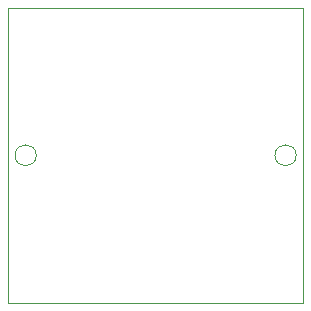
<source format=gbr>
%TF.GenerationSoftware,KiCad,Pcbnew,8.0.1*%
%TF.CreationDate,2024-07-01T16:18:06-04:00*%
%TF.ProjectId,btn,62746e2e-6b69-4636-9164-5f7063625858,rev?*%
%TF.SameCoordinates,Original*%
%TF.FileFunction,Profile,NP*%
%FSLAX46Y46*%
G04 Gerber Fmt 4.6, Leading zero omitted, Abs format (unit mm)*
G04 Created by KiCad (PCBNEW 8.0.1) date 2024-07-01 16:18:06*
%MOMM*%
%LPD*%
G01*
G04 APERTURE LIST*
%TA.AperFunction,Profile*%
%ADD10C,0.100000*%
%TD*%
G04 APERTURE END LIST*
D10*
X122400000Y-82500000D02*
G75*
G02*
X120600000Y-82500000I-900000J0D01*
G01*
X120600000Y-82500000D02*
G75*
G02*
X122400000Y-82500000I900000J0D01*
G01*
X144400000Y-82500000D02*
G75*
G02*
X142600000Y-82500000I-900000J0D01*
G01*
X142600000Y-82500000D02*
G75*
G02*
X144400000Y-82500000I900000J0D01*
G01*
X145000000Y-70000000D02*
X120000000Y-70000000D01*
X145000000Y-95000000D02*
X145000000Y-70000000D01*
X120000000Y-95000000D02*
X145000000Y-95000000D01*
X120000000Y-70000000D02*
X120000000Y-95000000D01*
M02*

</source>
